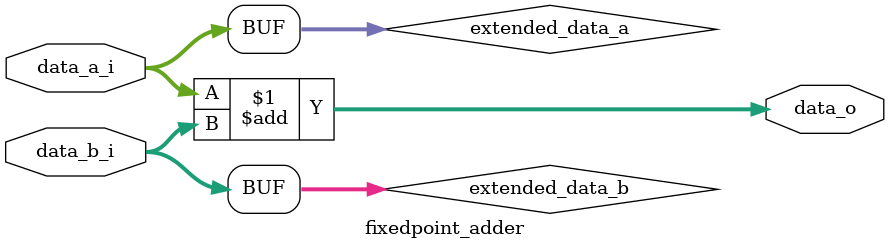
<source format=sv>


module fixedpoint_adder #(
    parameter WIDTH_INPUT  = 32,
    parameter WIDTH_OUTPUT = 32
) (
    input   [WIDTH_INPUT - 1 : 0]   data_a_i,
    input   [WIDTH_INPUT - 1 : 0]   data_b_i,
    output  [WIDTH_OUTPUT - 1 : 0]  data_o  
);

///////////////////////////////////////////////////////////
// extend bits
///////////////////////////////////////////////////////////
logic [WIDTH_OUTPUT - 1 : 0] extended_data_a;
logic [WIDTH_OUTPUT - 1 : 0] extended_data_b;

assign extended_data_a = {{(WIDTH_OUTPUT - WIDTH_INPUT){data_a_i[WIDTH_INPUT - 1]}}, data_a_i};
assign extended_data_b = {{(WIDTH_OUTPUT - WIDTH_INPUT){data_b_i[WIDTH_INPUT - 1]}}, data_b_i};

///////////////////////////////////////////////////////////
// calculate
///////////////////////////////////////////////////////////
assign data_o = extended_data_a + extended_data_b;

endmodule
</source>
